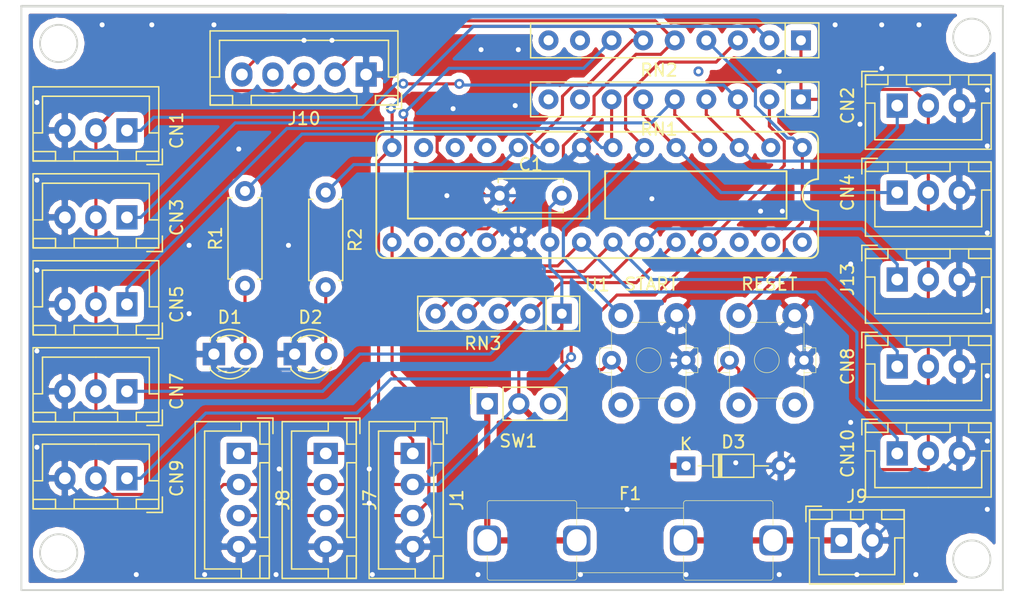
<source format=kicad_pcb>
(kicad_pcb (version 20171130) (host pcbnew "(5.1.8)-1")
  (layers (0 F.Cu signal) (31 B.Cu signal) (34 B.Paste user) (35 F.Paste user) (36 B.SilkS user) (37 F.SilkS user) (38 B.Mask user) (39 F.Mask user) (44 Edge.Cuts user))
  (net 0 "")
  (net 1 GND)
  (net 2 +5V)
  (net 3 "Net-(D1-Pad2)")
  (net 4 "Net-(D2-Pad2)")
  (net 5 "Net-(F1-Pad1)")
  (net 6 "Net-(F1-Pad2)")
  (net 7 SCL)
  (net 8 SDA)
  (net 9 AD1)
  (net 10 AD3)
  (net 11 AD5)
  (net 12 AD7)
  (net 13 AD9)
  (net 14 TX)
  (net 15 RX)
  (net 16 AD2)
  (net 17 AD4)
  (net 18 AD6)
  (net 19 AD8)
  (net 20 AD10)
  (net 21 PWM_LED)
  (net 22 MON_LED)
  (net 23 MCLR)
  (net 24 RA4)
  (module Capacitor_THT:C_Disc_D5.0mm_W2.5mm_P5.00mm (layer F.Cu) (at 148.5 75.25)
    (fp_text reference C1 (at 2.5 -2.5) (layer F.SilkS))
    (fp_text value 0.1u)
    (pad 1 thru_hole circle (at 0 0) (size 1.6 1.6) (drill 0.8) (layers *.Cu *.Mask) (net 1 GND))
    (pad 2 thru_hole circle (at 5 0) (size 1.6 1.6) (drill 0.8) (layers *.Cu *.Mask) (net 2 +5V))
  )
  (module LED_THT:LED_D3.0mm (layer F.Cu) (at 125.5 88)
    (fp_text reference D1 (at 1.27 -2.96) (layer F.SilkS))
    (fp_text value LED)
    (pad 1 thru_hole rect (at 0 0) (size 1.8 1.8) (drill 0.9) (layers *.Cu *.Mask) (net 1 GND))
    (pad 2 thru_hole circle (at 2.54 0) (size 1.8 1.8) (drill 0.9) (layers *.Cu *.Mask) (net 3 "Net-(D1-Pad2)"))
  )
  (module LED_THT:LED_D3.0mm (layer F.Cu) (at 132 88)
    (fp_text reference D2 (at 1.27 -2.96) (layer F.SilkS))
    (fp_text value LED)
    (pad 2 thru_hole circle (at 2.54 0) (size 1.8 1.8) (drill 0.9) (layers *.Cu *.Mask) (net 4 "Net-(D2-Pad2)"))
    (pad 1 thru_hole rect (at 0 0) (size 1.8 1.8) (drill 0.9) (layers *.Cu *.Mask) (net 1 GND))
  )
  (module Diode_THT:D_DO-34_SOD68_P7.62mm_Horizontal (layer F.Cu) (at 163.5 97)
    (fp_text reference D3 (at 3.81 -1.92) (layer F.SilkS))
    (fp_text value D)
    (fp_text user K (at 0 -1.75) (layer F.SilkS))
    (pad 1 thru_hole rect (at 0 0) (size 1.5 1.5) (drill 0.75) (layers *.Cu *.Mask) (net 2 +5V))
    (pad 2 thru_hole oval (at 7.62 0) (size 1.5 1.5) (drill 0.75) (layers *.Cu *.Mask) (net 1 GND))
  )
  (module mylib:fuse (layer F.Cu) (at 159 103)
    (fp_text reference F1 (at 0 -3.76) (layer F.SilkS))
    (fp_text value Fuse)
    (pad 1 thru_hole roundrect (at -11.5 0) (size 2.2 2.4) (drill oval 1.6 1.8) (layers *.Cu *.Mask) (net 5 "Net-(F1-Pad1)"))
    (pad 1 thru_hole roundrect (at -4.3 0) (size 2.2 2.4) (drill oval 1.6 1.8) (layers *.Cu *.Mask) (net 5 "Net-(F1-Pad1)"))
    (pad 2 thru_hole roundrect (at 11.5 0) (size 2.2 2.4) (drill oval 1.6 1.8) (layers *.Cu *.Mask) (net 6 "Net-(F1-Pad2)"))
    (pad 2 thru_hole roundrect (at 4.3 0) (size 2.2 2.4) (drill oval 1.6 1.8) (layers *.Cu *.Mask) (net 6 "Net-(F1-Pad2)"))
  )
  (module Connector_JST:JST_XH_B04B-XH-A_1x04_P2.50mm_Vertical (layer F.Cu) (at 141.5 96 270)
    (fp_text reference J1 (at 3.75 -3.55 270) (layer F.SilkS))
    (fp_text value Conn_01x04_Female)
    (pad 4 thru_hole oval (at 7.5 0 270) (size 1.7 1.95) (drill 0.95) (layers *.Cu *.Mask) (net 1 GND))
    (pad 3 thru_hole oval (at 5 0 270) (size 1.7 1.95) (drill 0.95) (layers *.Cu *.Mask) (net 8 SDA))
    (pad 2 thru_hole oval (at 2.5 0 270) (size 1.7 1.95) (drill 0.95) (layers *.Cu *.Mask) (net 2 +5V))
    (pad 1 thru_hole rect (at 0 0 270) (size 1.7 1.95) (drill 0.95) (layers *.Cu *.Mask) (net 7 SCL))
  )
  (module Connector_JST:JST_XH_B04B-XH-A_1x04_P2.50mm_Vertical (layer F.Cu) (at 134.5 96 270)
    (fp_text reference J7 (at 3.75 -3.55 270) (layer F.SilkS))
    (fp_text value Conn_01x04_Female)
    (pad 1 thru_hole rect (at 0 0 270) (size 1.7 1.95) (drill 0.95) (layers *.Cu *.Mask) (net 7 SCL))
    (pad 2 thru_hole oval (at 2.5 0 270) (size 1.7 1.95) (drill 0.95) (layers *.Cu *.Mask) (net 2 +5V))
    (pad 3 thru_hole oval (at 5 0 270) (size 1.7 1.95) (drill 0.95) (layers *.Cu *.Mask) (net 8 SDA))
    (pad 4 thru_hole oval (at 7.5 0 270) (size 1.7 1.95) (drill 0.95) (layers *.Cu *.Mask) (net 1 GND))
  )
  (module Connector_JST:JST_XH_B04B-XH-A_1x04_P2.50mm_Vertical (layer F.Cu) (at 127.5 96 270)
    (fp_text reference J8 (at 3.75 -3.55 270) (layer F.SilkS))
    (fp_text value Conn_01x04_Female)
    (pad 1 thru_hole rect (at 0 0 270) (size 1.7 1.95) (drill 0.95) (layers *.Cu *.Mask) (net 7 SCL))
    (pad 2 thru_hole oval (at 2.5 0 270) (size 1.7 1.95) (drill 0.95) (layers *.Cu *.Mask) (net 2 +5V))
    (pad 3 thru_hole oval (at 5 0 270) (size 1.7 1.95) (drill 0.95) (layers *.Cu *.Mask) (net 8 SDA))
    (pad 4 thru_hole oval (at 7.5 0 270) (size 1.7 1.95) (drill 0.95) (layers *.Cu *.Mask) (net 1 GND))
  )
  (module Connector_JST:JST_XH_B02B-XH-A_1x02_P2.50mm_Vertical (layer F.Cu) (at 176 103)
    (fp_text reference J9 (at 1.25 -3.55) (layer F.SilkS))
    (fp_text value Conn_01x02_Female)
    (pad 1 thru_hole rect (at 0 0) (size 1.7 2) (drill 1) (layers *.Cu *.Mask) (net 6 "Net-(F1-Pad2)"))
    (pad 2 thru_hole oval (at 2.5 0) (size 1.7 2) (drill 1) (layers *.Cu *.Mask) (net 1 GND))
  )
  (module Connector_JST:JST_XH_B05B-XH-A_1x05_P2.50mm_Vertical (layer F.Cu) (at 137.75 65.5 180)
    (fp_text reference J10 (at 5 -3.55 180) (layer F.SilkS))
    (fp_text value Conn_01x05_Female)
    (pad 1 thru_hole rect (at 0 0 180) (size 1.7 1.95) (drill 0.95) (layers *.Cu *.Mask) (net 1 GND))
    (pad 2 thru_hole oval (at 2.5 0 180) (size 1.7 1.95) (drill 0.95) (layers *.Cu *.Mask) (net 14 TX))
    (pad 3 thru_hole oval (at 5 0 180) (size 1.7 1.95) (drill 0.95) (layers *.Cu *.Mask) (net 2 +5V))
    (pad 4 thru_hole oval (at 7.5 0 180) (size 1.7 1.95) (drill 0.95) (layers *.Cu *.Mask))
    (pad 5 thru_hole oval (at 10 0 180) (size 1.7 1.95) (drill 0.95) (layers *.Cu *.Mask) (net 15 RX))
  )
  (module Resistor_THT:R_Axial_DIN0207_L6.3mm_D2.5mm_P7.62mm_Horizontal (layer F.Cu) (at 128 82.5 90)
    (fp_text reference R1 (at 3.81 -2.37 90) (layer F.SilkS))
    (fp_text value 330)
    (pad 1 thru_hole circle (at 0 0 90) (size 1.6 1.6) (drill 0.8) (layers *.Cu *.Mask) (net 3 "Net-(D1-Pad2)"))
    (pad 2 thru_hole oval (at 7.62 0 90) (size 1.6 1.6) (drill 0.8) (layers *.Cu *.Mask) (net 21 PWM_LED))
  )
  (module Resistor_THT:R_Axial_DIN0207_L6.3mm_D2.5mm_P7.62mm_Horizontal (layer F.Cu) (at 134.5 75 270)
    (fp_text reference R2 (at 3.81 -2.37 270) (layer F.SilkS))
    (fp_text value 330)
    (pad 2 thru_hole oval (at 7.62 0 270) (size 1.6 1.6) (drill 0.8) (layers *.Cu *.Mask) (net 4 "Net-(D2-Pad2)"))
    (pad 1 thru_hole circle (at 0 0 270) (size 1.6 1.6) (drill 0.8) (layers *.Cu *.Mask) (net 22 MON_LED))
  )
  (module Resistor_THT:R_Array_SIP9 (layer F.Cu) (at 172.75 67.5 180)
    (fp_text reference RN1 (at 11.43 -2.4 180) (layer F.SilkS))
    (fp_text value R_100k)
    (pad 1 thru_hole rect (at 0 0 180) (size 1.6 1.6) (drill 0.8) (layers *.Cu *.Mask) (net 2 +5V))
    (pad 2 thru_hole oval (at 2.54 0 180) (size 1.6 1.6) (drill 0.8) (layers *.Cu *.Mask) (net 13 AD9))
    (pad 3 thru_hole oval (at 5.08 0 180) (size 1.6 1.6) (drill 0.8) (layers *.Cu *.Mask) (net 9 AD1))
    (pad 4 thru_hole oval (at 7.62 0 180) (size 1.6 1.6) (drill 0.8) (layers *.Cu *.Mask) (net 16 AD2))
    (pad 5 thru_hole oval (at 10.16 0 180) (size 1.6 1.6) (drill 0.8) (layers *.Cu *.Mask) (net 10 AD3))
    (pad 6 thru_hole oval (at 12.7 0 180) (size 1.6 1.6) (drill 0.8) (layers *.Cu *.Mask) (net 17 AD4))
    (pad 7 thru_hole oval (at 15.24 0 180) (size 1.6 1.6) (drill 0.8) (layers *.Cu *.Mask) (net 11 AD5))
    (pad 8 thru_hole oval (at 17.78 0 180) (size 1.6 1.6) (drill 0.8) (layers *.Cu *.Mask))
    (pad 9 thru_hole oval (at 20.32 0 180) (size 1.6 1.6) (drill 0.8) (layers *.Cu *.Mask))
  )
  (module Resistor_THT:R_Array_SIP9 (layer F.Cu) (at 172.75 62.75 180)
    (fp_text reference RN2 (at 11.43 -2.4 180) (layer F.SilkS))
    (fp_text value R_10k)
    (pad 9 thru_hole oval (at 20.32 0 180) (size 1.6 1.6) (drill 0.8) (layers *.Cu *.Mask))
    (pad 8 thru_hole oval (at 17.78 0 180) (size 1.6 1.6) (drill 0.8) (layers *.Cu *.Mask))
    (pad 7 thru_hole oval (at 15.24 0 180) (size 1.6 1.6) (drill 0.8) (layers *.Cu *.Mask) (net 8 SDA))
    (pad 6 thru_hole oval (at 12.7 0 180) (size 1.6 1.6) (drill 0.8) (layers *.Cu *.Mask) (net 14 TX))
    (pad 5 thru_hole oval (at 10.16 0 180) (size 1.6 1.6) (drill 0.8) (layers *.Cu *.Mask) (net 15 RX))
    (pad 4 thru_hole oval (at 7.62 0 180) (size 1.6 1.6) (drill 0.8) (layers *.Cu *.Mask) (net 23 MCLR))
    (pad 3 thru_hole oval (at 5.08 0 180) (size 1.6 1.6) (drill 0.8) (layers *.Cu *.Mask) (net 24 RA4))
    (pad 2 thru_hole oval (at 2.54 0 180) (size 1.6 1.6) (drill 0.8) (layers *.Cu *.Mask) (net 7 SCL))
    (pad 1 thru_hole rect (at 0 0 180) (size 1.6 1.6) (drill 0.8) (layers *.Cu *.Mask) (net 2 +5V))
  )
  (module Resistor_THT:R_Array_SIP5 (layer F.Cu) (at 153.5 84.75 180)
    (fp_text reference RN3 (at 6.35 -2.4 180) (layer F.SilkS))
    (fp_text value R_100k)
    (pad 5 thru_hole oval (at 10.16 0 180) (size 1.6 1.6) (drill 0.8) (layers *.Cu *.Mask) (net 20 AD10))
    (pad 4 thru_hole oval (at 7.62 0 180) (size 1.6 1.6) (drill 0.8) (layers *.Cu *.Mask) (net 19 AD8))
    (pad 3 thru_hole oval (at 5.08 0 180) (size 1.6 1.6) (drill 0.8) (layers *.Cu *.Mask) (net 18 AD6))
    (pad 2 thru_hole oval (at 2.54 0 180) (size 1.6 1.6) (drill 0.8) (layers *.Cu *.Mask) (net 12 AD7))
    (pad 1 thru_hole rect (at 0 0 180) (size 1.6 1.6) (drill 0.8) (layers *.Cu *.Mask) (net 2 +5V))
  )
  (module Connector_PinSocket_2.54mm:PinSocket_1x03_P2.54mm_Vertical (layer F.Cu) (at 147.5 92 90)
    (fp_text reference SW1 (at -3 2.5 180) (layer F.SilkS))
    (fp_text value SW_DIP_x01)
    (pad 1 thru_hole rect (at 0 0 90) (size 1.7 1.7) (drill 1) (layers *.Cu *.Mask) (net 5 "Net-(F1-Pad1)"))
    (pad 2 thru_hole oval (at 0 2.54 90) (size 1.7 1.7) (drill 1) (layers *.Cu *.Mask) (net 2 +5V))
    (pad 3 thru_hole oval (at 0 5.08 90) (size 1.7 1.7) (drill 1) (layers *.Cu *.Mask))
  )
  (module mylib:2227-28-03 (layer F.Cu) (at 156.35 75.19 180)
    (fp_text reference U1 (at 0 -7.247 180) (layer F.SilkS))
    (fp_text value PIC18F2620)
    (pad 7 thru_hole circle (at -1.27 3.81 180) (size 1.524 1.524) (drill 0.762) (layers *.Cu *.Mask) (net 11 AD5))
    (pad 22 thru_hole circle (at -1.27 -3.81 180) (size 1.524 1.524) (drill 0.762) (layers *.Cu *.Mask) (net 19 AD8))
    (pad 23 thru_hole circle (at -3.81 -3.81 180) (size 1.524 1.524) (drill 0.762) (layers *.Cu *.Mask) (net 18 AD6))
    (pad 24 thru_hole circle (at -6.35 -3.81 180) (size 1.524 1.524) (drill 0.762) (layers *.Cu *.Mask) (net 12 AD7))
    (pad 25 thru_hole circle (at -8.89 -3.81 180) (size 1.524 1.524) (drill 0.762) (layers *.Cu *.Mask) (net 13 AD9))
    (pad 26 thru_hole circle (at -11.43 -3.81 180) (size 1.524 1.524) (drill 0.762) (layers *.Cu *.Mask))
    (pad 27 thru_hole circle (at -13.97 -3.81 180) (size 1.524 1.524) (drill 0.762) (layers *.Cu *.Mask))
    (pad 2 thru_hole circle (at -13.97 3.81 180) (size 1.524 1.524) (drill 0.762) (layers *.Cu *.Mask) (net 9 AD1))
    (pad 3 thru_hole circle (at -11.43 3.81 180) (size 1.524 1.524) (drill 0.762) (layers *.Cu *.Mask) (net 16 AD2))
    (pad 4 thru_hole circle (at -8.89 3.81 180) (size 1.524 1.524) (drill 0.762) (layers *.Cu *.Mask) (net 10 AD3))
    (pad 5 thru_hole circle (at -6.35 3.81 180) (size 1.524 1.524) (drill 0.762) (layers *.Cu *.Mask) (net 17 AD4))
    (pad 6 thru_hole circle (at -3.81 3.81 180) (size 1.524 1.524) (drill 0.762) (layers *.Cu *.Mask) (net 24 RA4))
    (pad 21 thru_hole circle (at 1.27 -3.81 180) (size 1.524 1.524) (drill 0.762) (layers *.Cu *.Mask) (net 20 AD10))
    (pad 20 thru_hole circle (at 3.81 -3.81 180) (size 1.524 1.524) (drill 0.762) (layers *.Cu *.Mask) (net 2 +5V))
    (pad 19 thru_hole circle (at 6.35 -3.81 180) (size 1.524 1.524) (drill 0.762) (layers *.Cu *.Mask) (net 1 GND))
    (pad 18 thru_hole circle (at 8.89 -3.81 180) (size 1.524 1.524) (drill 0.762) (layers *.Cu *.Mask) (net 15 RX))
    (pad 17 thru_hole circle (at 11.43 -3.81 180) (size 1.524 1.524) (drill 0.762) (layers *.Cu *.Mask) (net 14 TX))
    (pad 16 thru_hole circle (at 13.97 -3.81 180) (size 1.524 1.524) (drill 0.762) (layers *.Cu *.Mask))
    (pad 13 thru_hole circle (at 13.97 3.81 180) (size 1.524 1.524) (drill 0.762) (layers *.Cu *.Mask))
    (pad 12 thru_hole circle (at 11.43 3.81 180) (size 1.524 1.524) (drill 0.762) (layers *.Cu *.Mask))
    (pad 11 thru_hole circle (at 8.89 3.81 180) (size 1.524 1.524) (drill 0.762) (layers *.Cu *.Mask))
    (pad 10 thru_hole circle (at 6.35 3.81 180) (size 1.524 1.524) (drill 0.762) (layers *.Cu *.Mask) (net 22 MON_LED))
    (pad 9 thru_hole circle (at 3.81 3.81 180) (size 1.524 1.524) (drill 0.762) (layers *.Cu *.Mask) (net 21 PWM_LED))
    (pad 8 thru_hole circle (at 1.27 3.81 180) (size 1.524 1.524) (drill 0.762) (layers *.Cu *.Mask) (net 1 GND))
    (pad 28 thru_hole circle (at -16.51 -3.81 180) (size 1.524 1.524) (drill 0.762) (layers *.Cu *.Mask))
    (pad 1 thru_hole circle (at -16.51 3.81 180) (size 1.524 1.524) (drill 0.762) (layers *.Cu *.Mask) (net 23 MCLR))
    (pad 15 thru_hole circle (at 16.51 -3.81 180) (size 1.524 1.524) (drill 0.762) (layers *.Cu *.Mask) (net 8 SDA))
    (pad 14 thru_hole circle (at 16.51 3.81 180) (size 1.524 1.524) (drill 0.762) (layers *.Cu *.Mask) (net 7 SCL))
  )
  (module mylib:LS601-CU (layer F.Cu) (at 160.5 88.5)
    (fp_text reference START (at 0.2 -6.125) (layer F.SilkS))
    (fp_text value LS601-CU)
    (pad 6 thru_hole circle (at 3 0) (size 1.5 1.5) (drill 0.75) (layers *.Cu *.Mask) (net 1 GND))
    (pad 5 thru_hole circle (at -3 0) (size 1.5 1.5) (drill 0.75) (layers *.Cu *.Mask) (net 2 +5V))
    (pad 3 thru_hole circle (at -2.25 -3.6) (size 2 2) (drill 1) (layers *.Cu *.Mask) (net 24 RA4))
    (pad 1 thru_hole circle (at 2.25 -3.6) (size 2 2) (drill 1) (layers *.Cu *.Mask) (net 1 GND))
    (pad 4 thru_hole circle (at -2.25 3.6) (size 2 2) (drill 1) (layers *.Cu *.Mask))
    (pad 2 thru_hole circle (at 2.25 3.6) (size 2 2) (drill 1) (layers *.Cu *.Mask))
  )
  (module mylib:LS601-CU (layer F.Cu) (at 170 88.5)
    (fp_text reference RESET (at 0.2 -6.125) (layer F.SilkS))
    (fp_text value LS601-CU)
    (pad 2 thru_hole circle (at 2.25 3.6) (size 2 2) (drill 1) (layers *.Cu *.Mask))
    (pad 4 thru_hole circle (at -2.25 3.6) (size 2 2) (drill 1) (layers *.Cu *.Mask))
    (pad 1 thru_hole circle (at 2.25 -3.6) (size 2 2) (drill 1) (layers *.Cu *.Mask) (net 1 GND))
    (pad 3 thru_hole circle (at -2.25 -3.6) (size 2 2) (drill 1) (layers *.Cu *.Mask) (net 23 MCLR))
    (pad 5 thru_hole circle (at -3 0) (size 1.5 1.5) (drill 0.75) (layers *.Cu *.Mask) (net 2 +5V))
    (pad 6 thru_hole circle (at 3 0) (size 1.5 1.5) (drill 0.75) (layers *.Cu *.Mask) (net 1 GND))
  )
  (module Connector_JST:JST_XH_B03B-XH-A_1x03_P2.50mm_Vertical (layer F.Cu) (at 118.5 70 180)
    (fp_text reference CN1 (at -4 0 270) (layer F.SilkS))
    (fp_text value Conn_01x03_Female)
    (pad 3 thru_hole oval (at 5 0 180) (size 1.7 1.95) (drill 0.95) (layers *.Cu *.Mask) (net 1 GND))
    (pad 2 thru_hole oval (at 2.5 0 180) (size 1.7 1.95) (drill 0.95) (layers *.Cu *.Mask) (net 2 +5V))
    (pad 1 thru_hole rect (at 0 0 180) (size 1.7 1.95) (drill 0.95) (layers *.Cu *.Mask) (net 9 AD1))
  )
  (module Connector_JST:JST_XH_B03B-XH-A_1x03_P2.50mm_Vertical (layer F.Cu) (at 118.5 77 180)
    (fp_text reference CN3 (at -4 0 270) (layer F.SilkS))
    (fp_text value Conn_01x03_Female)
    (pad 1 thru_hole rect (at 0 0 180) (size 1.7 1.95) (drill 0.95) (layers *.Cu *.Mask) (net 10 AD3))
    (pad 2 thru_hole oval (at 2.5 0 180) (size 1.7 1.95) (drill 0.95) (layers *.Cu *.Mask) (net 2 +5V))
    (pad 3 thru_hole oval (at 5 0 180) (size 1.7 1.95) (drill 0.95) (layers *.Cu *.Mask) (net 1 GND))
  )
  (module Connector_JST:JST_XH_B03B-XH-A_1x03_P2.50mm_Vertical (layer F.Cu) (at 118.5 84 180)
    (fp_text reference CN5 (at -4 0 270) (layer F.SilkS))
    (fp_text value Conn_01x03_Female)
    (pad 3 thru_hole oval (at 5 0 180) (size 1.7 1.95) (drill 0.95) (layers *.Cu *.Mask) (net 1 GND))
    (pad 2 thru_hole oval (at 2.5 0 180) (size 1.7 1.95) (drill 0.95) (layers *.Cu *.Mask) (net 2 +5V))
    (pad 1 thru_hole rect (at 0 0 180) (size 1.7 1.95) (drill 0.95) (layers *.Cu *.Mask) (net 11 AD5))
  )
  (module Connector_JST:JST_XH_B03B-XH-A_1x03_P2.50mm_Vertical (layer F.Cu) (at 118.5 91 180)
    (fp_text reference CN7 (at -4 0 270) (layer F.SilkS))
    (fp_text value Conn_01x03_Female)
    (pad 1 thru_hole rect (at 0 0 180) (size 1.7 1.95) (drill 0.95) (layers *.Cu *.Mask) (net 12 AD7))
    (pad 2 thru_hole oval (at 2.5 0 180) (size 1.7 1.95) (drill 0.95) (layers *.Cu *.Mask) (net 2 +5V))
    (pad 3 thru_hole oval (at 5 0 180) (size 1.7 1.95) (drill 0.95) (layers *.Cu *.Mask) (net 1 GND))
  )
  (module Connector_JST:JST_XH_B03B-XH-A_1x03_P2.50mm_Vertical (layer F.Cu) (at 118.5 98 180)
    (fp_text reference CN9 (at -4 0 270) (layer F.SilkS))
    (fp_text value Conn_01x03_Female)
    (pad 3 thru_hole oval (at 5 0 180) (size 1.7 1.95) (drill 0.95) (layers *.Cu *.Mask) (net 1 GND))
    (pad 2 thru_hole oval (at 2.5 0 180) (size 1.7 1.95) (drill 0.95) (layers *.Cu *.Mask) (net 2 +5V))
    (pad 1 thru_hole rect (at 0 0 180) (size 1.7 1.95) (drill 0.95) (layers *.Cu *.Mask) (net 13 AD9))
  )
  (module Connector_JST:JST_XH_B03B-XH-A_1x03_P2.50mm_Vertical (layer F.Cu) (at 180.5 68)
    (fp_text reference CN2 (at -4 0 90) (layer F.SilkS))
    (fp_text value Conn_01x03_Female)
    (pad 3 thru_hole oval (at 5 0) (size 1.7 1.95) (drill 0.95) (layers *.Cu *.Mask) (net 1 GND))
    (pad 2 thru_hole oval (at 2.5 0) (size 1.7 1.95) (drill 0.95) (layers *.Cu *.Mask) (net 2 +5V))
    (pad 1 thru_hole rect (at 0 0) (size 1.7 1.95) (drill 0.95) (layers *.Cu *.Mask) (net 16 AD2))
  )
  (module Connector_JST:JST_XH_B03B-XH-A_1x03_P2.50mm_Vertical (layer F.Cu) (at 180.5 75)
    (fp_text reference CN4 (at -4 0 90) (layer F.SilkS))
    (fp_text value Conn_01x03_Female)
    (pad 1 thru_hole rect (at 0 0) (size 1.7 1.95) (drill 0.95) (layers *.Cu *.Mask) (net 17 AD4))
    (pad 2 thru_hole oval (at 2.5 0) (size 1.7 1.95) (drill 0.95) (layers *.Cu *.Mask) (net 2 +5V))
    (pad 3 thru_hole oval (at 5 0) (size 1.7 1.95) (drill 0.95) (layers *.Cu *.Mask) (net 1 GND))
  )
  (module Connector_JST:JST_XH_B03B-XH-A_1x03_P2.50mm_Vertical (layer F.Cu) (at 180.5 82)
    (fp_text reference J13 (at -4 0 270) (layer F.SilkS))
    (fp_text value Conn_01x03_Female)
    (pad 3 thru_hole oval (at 5 0) (size 1.7 1.95) (drill 0.95) (layers *.Cu *.Mask) (net 1 GND))
    (pad 2 thru_hole oval (at 2.5 0) (size 1.7 1.95) (drill 0.95) (layers *.Cu *.Mask) (net 2 +5V))
    (pad 1 thru_hole rect (at 0 0) (size 1.7 1.95) (drill 0.95) (layers *.Cu *.Mask) (net 18 AD6))
  )
  (module Connector_JST:JST_XH_B03B-XH-A_1x03_P2.50mm_Vertical (layer F.Cu) (at 180.5 89)
    (fp_text reference CN8 (at -4 0 90) (layer F.SilkS))
    (fp_text value Conn_01x03_Female)
    (pad 1 thru_hole rect (at 0 0) (size 1.7 1.95) (drill 0.95) (layers *.Cu *.Mask) (net 19 AD8))
    (pad 2 thru_hole oval (at 2.5 0) (size 1.7 1.95) (drill 0.95) (layers *.Cu *.Mask) (net 2 +5V))
    (pad 3 thru_hole oval (at 5 0) (size 1.7 1.95) (drill 0.95) (layers *.Cu *.Mask) (net 1 GND))
  )
  (module Connector_JST:JST_XH_B03B-XH-A_1x03_P2.50mm_Vertical (layer F.Cu) (at 180.5 96)
    (fp_text reference CN10 (at -4 0 90) (layer F.SilkS))
    (fp_text value Conn_01x03_Female)
    (pad 1 thru_hole rect (at 0 0) (size 1.7 1.95) (drill 0.95) (layers *.Cu *.Mask) (net 20 AD10))
    (pad 2 thru_hole oval (at 2.5 0) (size 1.7 1.95) (drill 0.95) (layers *.Cu *.Mask) (net 2 +5V))
    (pad 3 thru_hole oval (at 5 0) (size 1.7 1.95) (drill 0.95) (layers *.Cu *.Mask) (net 1 GND))
  )
  (gr_line (start 189 60) (end 189 107) (layer Edge.Cuts) (width 0.15))
  (gr_line (start 110 107) (end 110 60) (layer Edge.Cuts) (width 0.15))
  (gr_circle (center 113 63) (end 111.5 63) (layer Edge.Cuts) (width 0.15))
  (gr_circle (center 113 104) (end 111.5 104) (layer Edge.Cuts) (width 0.15))
  (gr_circle (center 186.5 104.5) (end 188 104.5) (layer Edge.Cuts) (width 0.15))
  (gr_circle (center 186.5 62.5) (end 188 62.5) (layer Edge.Cuts) (width 0.15))
  (gr_line (start 110 107) (end 189 107) (layer Edge.Cuts) (width 0.15))
  (gr_line (start 110 60) (end 189 60) (layer Edge.Cuts) (width 0.2))
  (via (at 164.5 65.25) (size 0.8) (drill 0.4) (layers F.Cu B.Cu) (net 0))
  (segment (start 113.5 71.225) (end 113.5 77) (width 0.25) (layer B.Cu) (net 1))
  (segment (start 113.5 70) (end 113.5 71.225) (width 0.25) (layer B.Cu) (net 1))
  (segment (start 113.5 77) (end 113.5 84) (width 0.25) (layer B.Cu) (net 1))
  (segment (start 113.5 85.225) (end 113.5 91) (width 0.25) (layer B.Cu) (net 1))
  (segment (start 113.5 84) (end 113.5 85.225) (width 0.25) (layer B.Cu) (net 1))
  (segment (start 113.5 91) (end 113.5 98) (width 0.25) (layer B.Cu) (net 1))
  (segment (start 150 76.75) (end 148.5 75.25) (width 0.25) (layer B.Cu) (net 1))
  (segment (start 150 79) (end 150 76.75) (width 0.25) (layer B.Cu) (net 1))
  (segment (start 185.5 94.775) (end 185.5 89) (width 0.25) (layer B.Cu) (net 1))
  (segment (start 185.5 96) (end 185.5 94.775) (width 0.25) (layer B.Cu) (net 1))
  (segment (start 185.5 87.775) (end 185.5 82) (width 0.25) (layer B.Cu) (net 1))
  (segment (start 185.5 89) (end 185.5 87.775) (width 0.25) (layer B.Cu) (net 1))
  (segment (start 185.5 80.775) (end 185.5 75) (width 0.25) (layer B.Cu) (net 1))
  (segment (start 185.5 82) (end 185.5 80.775) (width 0.25) (layer B.Cu) (net 1))
  (segment (start 185.5 73.775) (end 185.5 68) (width 0.25) (layer B.Cu) (net 1))
  (segment (start 185.5 75) (end 185.5 73.775) (width 0.25) (layer B.Cu) (net 1))
  (segment (start 126.275 103.5) (end 123.525 100.75) (width 0.25) (layer B.Cu) (net 1))
  (segment (start 127.5 103.5) (end 126.275 103.5) (width 0.25) (layer B.Cu) (net 1))
  (segment (start 113.5 98.125) (end 113.5 98) (width 0.25) (layer B.Cu) (net 1))
  (segment (start 116.125 100.75) (end 113.5 98.125) (width 0.25) (layer B.Cu) (net 1))
  (segment (start 123.525 100.75) (end 116.125 100.75) (width 0.25) (layer B.Cu) (net 1))
  (segment (start 127.5 103.5) (end 134.5 103.5) (width 0.25) (layer B.Cu) (net 1))
  (segment (start 140.275 103.5) (end 134.5 103.5) (width 0.25) (layer B.Cu) (net 1))
  (segment (start 141.5 103.5) (end 140.275 103.5) (width 0.25) (layer B.Cu) (net 1))
  (segment (start 151.21 75.25) (end 148.5 75.25) (width 0.25) (layer B.Cu) (net 1))
  (segment (start 155.08 71.38) (end 151.21 75.25) (width 0.25) (layer B.Cu) (net 1))
  (segment (start 125.5 89.15) (end 125.5 88) (width 0.25) (layer B.Cu) (net 1))
  (segment (start 125.575001 89.225001) (end 125.5 89.15) (width 0.25) (layer B.Cu) (net 1))
  (segment (start 131.924999 89.225001) (end 125.575001 89.225001) (width 0.25) (layer B.Cu) (net 1))
  (segment (start 132 89.15) (end 131.924999 89.225001) (width 0.25) (layer B.Cu) (net 1))
  (segment (start 132 88) (end 132 89.15) (width 0.25) (layer B.Cu) (net 1))
  (segment (start 138.85 65.5) (end 137.75 65.5) (width 0.25) (layer F.Cu) (net 1))
  (segment (start 143.467001 70.117001) (end 138.85 65.5) (width 0.25) (layer F.Cu) (net 1))
  (segment (start 144.217001 72.467001) (end 143.467001 71.717001) (width 0.25) (layer F.Cu) (net 1))
  (segment (start 144.585631 72.467001) (end 144.217001 72.467001) (width 0.25) (layer F.Cu) (net 1))
  (segment (start 147.36863 75.25) (end 144.585631 72.467001) (width 0.25) (layer F.Cu) (net 1))
  (segment (start 143.467001 71.717001) (end 143.467001 70.117001) (width 0.25) (layer F.Cu) (net 1))
  (segment (start 148.5 75.25) (end 147.36863 75.25) (width 0.25) (layer F.Cu) (net 1))
  (segment (start 139.75 75.25) (end 144.25 75.25) (width 0.25) (layer B.Cu) (net 1))
  (segment (start 137.5 77.5) (end 139.75 75.25) (width 0.25) (layer B.Cu) (net 1))
  (segment (start 137.5 81.35) (end 137.5 77.5) (width 0.25) (layer B.Cu) (net 1))
  (segment (start 132 88) (end 132 86.85) (width 0.25) (layer B.Cu) (net 1))
  (segment (start 132 86.85) (end 137.5 81.35) (width 0.25) (layer B.Cu) (net 1))
  (segment (start 172.18066 97) (end 171.12 97) (width 0.25) (layer B.Cu) (net 1))
  (segment (start 173.75 97) (end 172.18066 97) (width 0.5) (layer B.Cu) (net 1))
  (segment (start 178.5 101.75) (end 173.75 97) (width 0.5) (layer B.Cu) (net 1))
  (segment (start 178.5 103) (end 178.5 101.75) (width 0.5) (layer B.Cu) (net 1))
  (segment (start 171.12 97) (end 174 94.12) (width 0.25) (layer B.Cu) (net 1))
  (segment (start 174 89.5) (end 173 88.5) (width 0.25) (layer B.Cu) (net 1))
  (segment (start 174 94.12) (end 174 89.5) (width 0.25) (layer B.Cu) (net 1))
  (segment (start 164.249999 89.249999) (end 163.5 88.5) (width 0.25) (layer B.Cu) (net 1))
  (segment (start 165.5 90.5) (end 164.249999 89.249999) (width 0.25) (layer B.Cu) (net 1))
  (segment (start 171 90.5) (end 165.5 90.5) (width 0.25) (layer B.Cu) (net 1))
  (segment (start 173 88.5) (end 171 90.5) (width 0.25) (layer B.Cu) (net 1))
  (segment (start 173 85.65) (end 172.25 84.9) (width 0.25) (layer B.Cu) (net 1))
  (segment (start 173 88.5) (end 173 85.65) (width 0.25) (layer B.Cu) (net 1))
  (segment (start 162.750001 87.750001) (end 163.5 88.5) (width 0.25) (layer B.Cu) (net 1))
  (segment (start 162.75 84.9) (end 162.750001 87.750001) (width 0.25) (layer B.Cu) (net 1))
  (segment (start 159.888998 88.5) (end 158.138998 86.75) (width 0.25) (layer B.Cu) (net 1))
  (segment (start 163.5 88.5) (end 159.888998 88.5) (width 0.25) (layer B.Cu) (net 1))
  (segment (start 158.138998 86.75) (end 153.25 86.75) (width 0.25) (layer B.Cu) (net 1))
  (segment (start 150.761999 79.761999) (end 150 79) (width 0.25) (layer B.Cu) (net 1))
  (segment (start 152.085001 81.085001) (end 150.761999 79.761999) (width 0.25) (layer B.Cu) (net 1))
  (segment (start 152.085001 85.585001) (end 152.085001 81.085001) (width 0.25) (layer B.Cu) (net 1))
  (segment (start 153.25 86.75) (end 152.085001 85.585001) (width 0.25) (layer B.Cu) (net 1))
  (segment (start 141.625 103.5) (end 141.5 103.5) (width 0.25) (layer B.Cu) (net 1))
  (segment (start 145.625 99.5) (end 141.625 103.5) (width 0.25) (layer B.Cu) (net 1))
  (segment (start 168.62 99.5) (end 145.625 99.5) (width 0.25) (layer B.Cu) (net 1))
  (segment (start 171.12 97) (end 168.62 99.5) (width 0.25) (layer B.Cu) (net 1))
  (segment (start 178.5 103) (end 185.5 96) (width 0.25) (layer B.Cu) (net 1))
  (via (at 147 63.5) (size 0.8) (drill 0.4) (layers F.Cu B.Cu) (net 1))
  (via (at 150 63.5) (size 0.8) (drill 0.4) (layers F.Cu B.Cu) (net 1))
  (via (at 149.75 68) (size 0.8) (drill 0.4) (layers F.Cu B.Cu) (net 1))
  (via (at 144.75 68.25) (size 0.8) (drill 0.4) (layers F.Cu B.Cu) (net 1))
  (via (at 171 65.25) (size 0.8) (drill 0.4) (layers F.Cu B.Cu) (net 1))
  (via (at 132.75 62.75) (size 0.8) (drill 0.4) (layers F.Cu B.Cu) (net 1))
  (via (at 135 62.75) (size 0.8) (drill 0.4) (layers F.Cu B.Cu) (net 1))
  (via (at 171.25 76.5) (size 0.8) (drill 0.4) (layers F.Cu B.Cu) (net 1))
  (via (at 169.5 76.5) (size 0.8) (drill 0.4) (layers F.Cu B.Cu) (net 1))
  (via (at 138 97.25) (size 0.8) (drill 0.4) (layers F.Cu B.Cu) (net 1))
  (via (at 138 100) (size 0.8) (drill 0.4) (layers F.Cu B.Cu) (net 1))
  (via (at 130.75 100) (size 0.8) (drill 0.4) (layers F.Cu B.Cu) (net 1))
  (via (at 130.75 97.25) (size 0.8) (drill 0.4) (layers F.Cu B.Cu) (net 1))
  (via (at 116.5 61.5) (size 0.8) (drill 0.4) (layers F.Cu B.Cu) (net 1))
  (via (at 120.5 61.5) (size 0.8) (drill 0.4) (layers F.Cu B.Cu) (net 1))
  (via (at 125.5 61.5) (size 0.8) (drill 0.4) (layers F.Cu B.Cu) (net 1))
  (via (at 111.25 67.75) (size 0.8) (drill 0.4) (layers F.Cu B.Cu) (net 1))
  (via (at 111.25 74) (size 0.8) (drill 0.4) (layers F.Cu B.Cu) (net 1))
  (via (at 111.25 81.25) (size 0.8) (drill 0.4) (layers F.Cu B.Cu) (net 1))
  (via (at 111.25 87.75) (size 0.8) (drill 0.4) (layers F.Cu B.Cu) (net 1))
  (via (at 111.25 95.5) (size 0.8) (drill 0.4) (layers F.Cu B.Cu) (net 1))
  (via (at 119.25 105.75) (size 0.8) (drill 0.4) (layers F.Cu B.Cu) (net 1))
  (via (at 124.75 105.75) (size 0.8) (drill 0.4) (layers F.Cu B.Cu) (net 1))
  (via (at 130.5 105.75) (size 0.8) (drill 0.4) (layers F.Cu B.Cu) (net 1))
  (via (at 138.25 105.75) (size 0.8) (drill 0.4) (layers F.Cu B.Cu) (net 1))
  (via (at 146.75 105.75) (size 0.8) (drill 0.4) (layers F.Cu B.Cu) (net 1))
  (via (at 155 105.75) (size 0.8) (drill 0.4) (layers F.Cu B.Cu) (net 1))
  (via (at 163.5 105.75) (size 0.8) (drill 0.4) (layers F.Cu B.Cu) (net 1))
  (via (at 171 105.75) (size 0.8) (drill 0.4) (layers F.Cu B.Cu) (net 1))
  (via (at 177.25 105.75) (size 0.8) (drill 0.4) (layers F.Cu B.Cu) (net 1))
  (via (at 182 105.75) (size 0.8) (drill 0.4) (layers F.Cu B.Cu) (net 1))
  (via (at 187.75 100.5) (size 0.8) (drill 0.4) (layers F.Cu B.Cu) (net 1))
  (via (at 187.75 95) (size 0.8) (drill 0.4) (layers F.Cu B.Cu) (net 1))
  (via (at 187.75 89.75) (size 0.8) (drill 0.4) (layers F.Cu B.Cu) (net 1))
  (via (at 187.75 84.5) (size 0.8) (drill 0.4) (layers F.Cu B.Cu) (net 1))
  (via (at 187.75 78.25) (size 0.8) (drill 0.4) (layers F.Cu B.Cu) (net 1))
  (via (at 187.75 71.25) (size 0.8) (drill 0.4) (layers F.Cu B.Cu) (net 1))
  (via (at 187.75 66.75) (size 0.8) (drill 0.4) (layers F.Cu B.Cu) (net 1))
  (via (at 175.5 61.5) (size 0.8) (drill 0.4) (layers F.Cu B.Cu) (net 1))
  (via (at 179.25 61.5) (size 0.8) (drill 0.4) (layers F.Cu B.Cu) (net 1))
  (via (at 182.25 61.5) (size 0.8) (drill 0.4) (layers F.Cu B.Cu) (net 1))
  (via (at 123.5 79.25) (size 0.8) (drill 0.4) (layers F.Cu B.Cu) (net 1))
  (via (at 131.5 79.25) (size 0.8) (drill 0.4) (layers F.Cu B.Cu) (net 1))
  (via (at 123.5 84.75) (size 0.8) (drill 0.4) (layers F.Cu B.Cu) (net 1))
  (via (at 127.5 71.5) (size 0.8) (drill 0.4) (layers F.Cu B.Cu) (net 1))
  (via (at 176.75 80.75) (size 0.8) (drill 0.4) (layers F.Cu B.Cu) (net 1))
  (via (at 158.75 100.5) (size 0.8) (drill 0.4) (layers F.Cu B.Cu) (net 1))
  (via (at 167.5 96.75) (size 0.8) (drill 0.4) (layers F.Cu B.Cu) (net 1))
  (via (at 176.75 93.5) (size 0.8) (drill 0.4) (layers F.Cu B.Cu) (net 1))
  (via (at 177.5 69.5) (size 0.8) (drill 0.4) (layers F.Cu B.Cu) (net 1))
  (via (at 179.25 65) (size 0.8) (drill 0.4) (layers F.Cu B.Cu) (net 1))
  (via (at 160.75 75.5) (size 0.8) (drill 0.4) (layers F.Cu B.Cu) (net 1))
  (segment (start 144.25 75.25) (end 148.5 75.25) (width 0.25) (layer B.Cu) (net 1))
  (via (at 144.25 75.25) (size 0.8) (drill 0.4) (layers F.Cu B.Cu) (net 1))
  (segment (start 116 98) (end 116 91) (width 0.25) (layer F.Cu) (net 2))
  (segment (start 116 91) (end 116 84) (width 0.25) (layer F.Cu) (net 2))
  (segment (start 116 84) (end 116 77) (width 0.25) (layer F.Cu) (net 2))
  (segment (start 116 75.775) (end 116 70) (width 0.25) (layer F.Cu) (net 2))
  (segment (start 116 77) (end 116 75.775) (width 0.25) (layer F.Cu) (net 2))
  (segment (start 183 90.225) (end 183 96) (width 0.25) (layer F.Cu) (net 2))
  (segment (start 183 89) (end 183 90.225) (width 0.25) (layer F.Cu) (net 2))
  (segment (start 183 89) (end 183 82) (width 0.25) (layer F.Cu) (net 2))
  (segment (start 183 82) (end 183 75) (width 0.25) (layer F.Cu) (net 2))
  (segment (start 183 73.775) (end 183 68) (width 0.25) (layer F.Cu) (net 2))
  (segment (start 183 75) (end 183 73.775) (width 0.25) (layer F.Cu) (net 2))
  (segment (start 152.54 76.21) (end 153.5 75.25) (width 0.25) (layer B.Cu) (net 2))
  (segment (start 152.54 79) (end 152.54 76.21) (width 0.25) (layer B.Cu) (net 2))
  (segment (start 126.275 98.5) (end 127.5 98.5) (width 0.25) (layer F.Cu) (net 2))
  (segment (start 125.474999 99.300001) (end 126.275 98.5) (width 0.25) (layer F.Cu) (net 2))
  (segment (start 117.175001 99.300001) (end 125.474999 99.300001) (width 0.25) (layer F.Cu) (net 2))
  (segment (start 116 98.125) (end 117.175001 99.300001) (width 0.25) (layer F.Cu) (net 2))
  (segment (start 116 98) (end 116 98.125) (width 0.25) (layer F.Cu) (net 2))
  (segment (start 127.5 98.5) (end 134.5 98.5) (width 0.25) (layer F.Cu) (net 2))
  (segment (start 141.5 98.5) (end 134.5 98.5) (width 0.25) (layer F.Cu) (net 2))
  (segment (start 172.75 67.5) (end 172.75 62.75) (width 0.25) (layer F.Cu) (net 2))
  (segment (start 155.04 97) (end 150.04 92) (width 0.5) (layer F.Cu) (net 2))
  (segment (start 163.5 97) (end 155.04 97) (width 0.5) (layer F.Cu) (net 2))
  (segment (start 152.54 79) (end 152.54 81.04) (width 0.25) (layer B.Cu) (net 2))
  (segment (start 153.5 82) (end 153.5 84.75) (width 0.25) (layer B.Cu) (net 2))
  (segment (start 152.54 81.04) (end 153.5 82) (width 0.25) (layer B.Cu) (net 2))
  (segment (start 150.04 89.26) (end 150.04 92) (width 0.25) (layer F.Cu) (net 2))
  (segment (start 153.5 84.75) (end 153.5 85.8) (width 0.25) (layer F.Cu) (net 2))
  (segment (start 153.5 85.8) (end 150.04 89.26) (width 0.25) (layer F.Cu) (net 2))
  (segment (start 156.750001 89.249999) (end 157.5 88.5) (width 0.25) (layer F.Cu) (net 2))
  (segment (start 154.176997 89.249999) (end 156.750001 89.249999) (width 0.25) (layer F.Cu) (net 2))
  (segment (start 153.5 88.573002) (end 154.176997 89.249999) (width 0.25) (layer F.Cu) (net 2))
  (segment (start 153.5 84.75) (end 153.5 88.573002) (width 0.25) (layer F.Cu) (net 2))
  (segment (start 159 90) (end 165.5 90) (width 0.25) (layer F.Cu) (net 2))
  (segment (start 157.5 88.5) (end 159 90) (width 0.25) (layer F.Cu) (net 2))
  (segment (start 132.75 65.625) (end 132.75 65.5) (width 0.25) (layer F.Cu) (net 2))
  (segment (start 131.57499 66.80001) (end 132.75 65.625) (width 0.25) (layer F.Cu) (net 2))
  (segment (start 119.07499 66.80001) (end 131.57499 66.80001) (width 0.25) (layer F.Cu) (net 2))
  (segment (start 116 69.875) (end 119.07499 66.80001) (width 0.25) (layer F.Cu) (net 2))
  (segment (start 116 70) (end 116 69.875) (width 0.25) (layer F.Cu) (net 2))
  (segment (start 143.54 98.5) (end 141.5 98.5) (width 0.25) (layer B.Cu) (net 2))
  (segment (start 150.04 92) (end 143.54 98.5) (width 0.25) (layer B.Cu) (net 2))
  (segment (start 172.75 67.5) (end 175.5 67.5) (width 0.25) (layer F.Cu) (net 2))
  (segment (start 183 67.875) (end 183 68) (width 0.25) (layer F.Cu) (net 2))
  (segment (start 181.824999 66.699999) (end 183 67.875) (width 0.25) (layer F.Cu) (net 2))
  (segment (start 176.300001 66.699999) (end 181.824999 66.699999) (width 0.25) (layer F.Cu) (net 2))
  (segment (start 175.5 67.5) (end 176.300001 66.699999) (width 0.25) (layer F.Cu) (net 2))
  (segment (start 165.5 90) (end 167 88.5) (width 0.25) (layer F.Cu) (net 2))
  (segment (start 167.749999 89.249999) (end 167 88.5) (width 0.25) (layer F.Cu) (net 2))
  (segment (start 167.749999 90.138997) (end 167.749999 89.249999) (width 0.25) (layer F.Cu) (net 2))
  (segment (start 174.911003 97.300001) (end 167.749999 90.138997) (width 0.25) (layer F.Cu) (net 2))
  (segment (start 182.924999 97.300001) (end 174.911003 97.300001) (width 0.25) (layer F.Cu) (net 2))
  (segment (start 183 97.225) (end 182.924999 97.300001) (width 0.25) (layer F.Cu) (net 2))
  (segment (start 183 96) (end 183 97.225) (width 0.25) (layer F.Cu) (net 2))
  (segment (start 128 87.96) (end 128.04 88) (width 0.25) (layer F.Cu) (net 3))
  (segment (start 128 82.5) (end 128 87.96) (width 0.25) (layer F.Cu) (net 3))
  (segment (start 134.5 87.96) (end 134.54 88) (width 0.25) (layer F.Cu) (net 4))
  (segment (start 134.5 82.62) (end 134.5 87.96) (width 0.25) (layer F.Cu) (net 4))
  (segment (start 154.7 103) (end 147.5 103) (width 0.5) (layer F.Cu) (net 5))
  (segment (start 147.5 101.7) (end 147.5 92) (width 0.5) (layer F.Cu) (net 5))
  (segment (start 147.5 103) (end 147.5 101.7) (width 0.25) (layer F.Cu) (net 5))
  (segment (start 176 103) (end 170.5 103) (width 0.5) (layer F.Cu) (net 6))
  (segment (start 170.5 103) (end 163.3 103) (width 0.5) (layer F.Cu) (net 6))
  (segment (start 128.725 96) (end 134.5 96) (width 0.25) (layer F.Cu) (net 7))
  (segment (start 127.5 96) (end 128.725 96) (width 0.25) (layer F.Cu) (net 7))
  (segment (start 140.275 96) (end 134.5 96) (width 0.25) (layer F.Cu) (net 7))
  (segment (start 141.5 96) (end 140.275 96) (width 0.25) (layer F.Cu) (net 7))
  (segment (start 139.84 68.91) (end 139.84 71.38) (width 0.25) (layer F.Cu) (net 7))
  (segment (start 141.5 94.9) (end 138.75 92.15) (width 0.25) (layer F.Cu) (net 7))
  (segment (start 141.5 96) (end 141.5 94.9) (width 0.25) (layer F.Cu) (net 7))
  (segment (start 138.75 72.47) (end 139.84 71.38) (width 0.25) (layer F.Cu) (net 7))
  (segment (start 138.75 92.15) (end 138.75 72.47) (width 0.25) (layer F.Cu) (net 7))
  (via (at 139.75 68.25) (size 0.8) (drill 0.4) (layers F.Cu B.Cu) (net 7))
  (segment (start 139.84 68.91) (end 139.84 68.34) (width 0.25) (layer F.Cu) (net 7))
  (segment (start 139.84 68.34) (end 139.75 68.25) (width 0.25) (layer F.Cu) (net 7))
  (segment (start 169.410001 61.950001) (end 170.21 62.75) (width 0.25) (layer B.Cu) (net 7))
  (segment (start 169.084999 61.624999) (end 169.410001 61.950001) (width 0.25) (layer B.Cu) (net 7))
  (segment (start 146.375001 61.624999) (end 169.084999 61.624999) (width 0.25) (layer B.Cu) (net 7))
  (segment (start 139.75 68.25) (end 146.375001 61.624999) (width 0.25) (layer B.Cu) (net 7))
  (segment (start 128.725 101) (end 134.5 101) (width 0.25) (layer F.Cu) (net 8))
  (segment (start 127.5 101) (end 128.725 101) (width 0.25) (layer F.Cu) (net 8))
  (segment (start 141.5 101) (end 134.5 101) (width 0.25) (layer F.Cu) (net 8))
  (segment (start 139.84 79) (end 139.84 89.59) (width 0.25) (layer F.Cu) (net 8))
  (segment (start 141.625 101) (end 141.5 101) (width 0.25) (layer F.Cu) (net 8))
  (segment (start 142.80001 99.82499) (end 141.625 101) (width 0.25) (layer F.Cu) (net 8))
  (segment (start 142.80001 92.55001) (end 142.80001 99.82499) (width 0.25) (layer F.Cu) (net 8))
  (segment (start 139.84 89.59) (end 142.80001 92.55001) (width 0.25) (layer F.Cu) (net 8))
  (via (at 140.75 68.667979) (size 0.8) (drill 0.4) (layers F.Cu B.Cu) (net 8))
  (segment (start 140.927001 68.84498) (end 140.75 68.667979) (width 0.25) (layer F.Cu) (net 8))
  (segment (start 140.927001 74.441761) (end 140.927001 68.84498) (width 0.25) (layer F.Cu) (net 8))
  (segment (start 139.84 79) (end 139.84 75.528762) (width 0.25) (layer F.Cu) (net 8))
  (segment (start 139.84 75.528762) (end 140.927001 74.441761) (width 0.25) (layer F.Cu) (net 8))
  (segment (start 140.75 68.667979) (end 144.417979 65) (width 0.25) (layer B.Cu) (net 8))
  (segment (start 155.26 65) (end 157.51 62.75) (width 0.25) (layer B.Cu) (net 8))
  (segment (start 144.417979 65) (end 155.26 65) (width 0.25) (layer B.Cu) (net 8))
  (segment (start 167.67 68.73) (end 170.32 71.38) (width 0.25) (layer F.Cu) (net 9))
  (segment (start 167.67 67.5) (end 167.67 68.73) (width 0.25) (layer F.Cu) (net 9))
  (via (at 145.25 66.25) (size 0.8) (drill 0.4) (layers F.Cu B.Cu) (net 9))
  (segment (start 145.346641 66.346641) (end 145.25 66.25) (width 0.25) (layer B.Cu) (net 9))
  (segment (start 167.67 67.5) (end 166.516641 66.346641) (width 0.25) (layer B.Cu) (net 9))
  (segment (start 166.516641 66.346641) (end 145.346641 66.346641) (width 0.25) (layer B.Cu) (net 9))
  (via (at 140.737347 66.237347) (size 0.8) (drill 0.4) (layers F.Cu B.Cu) (net 9))
  (segment (start 145.25 66.25) (end 140.75 66.25) (width 0.25) (layer F.Cu) (net 9))
  (segment (start 140.75 66.25) (end 140.737347 66.237347) (width 0.25) (layer F.Cu) (net 9))
  (segment (start 119.6 70) (end 118.5 70) (width 0.25) (layer B.Cu) (net 9))
  (segment (start 120.657031 68.942969) (end 119.6 70) (width 0.25) (layer B.Cu) (net 9))
  (segment (start 137.46604 68.942969) (end 120.657031 68.942969) (width 0.25) (layer B.Cu) (net 9))
  (segment (start 140.171662 66.237347) (end 137.46604 68.942969) (width 0.25) (layer B.Cu) (net 9))
  (segment (start 140.737347 66.237347) (end 140.171662 66.237347) (width 0.25) (layer B.Cu) (net 9))
  (segment (start 162.59 68.73) (end 165.24 71.38) (width 0.25) (layer F.Cu) (net 10))
  (segment (start 162.59 67.5) (end 162.59 68.73) (width 0.25) (layer F.Cu) (net 10))
  (segment (start 119.6 77) (end 118.5 77) (width 0.25) (layer B.Cu) (net 10))
  (segment (start 127.207021 69.392979) (end 119.6 77) (width 0.25) (layer B.Cu) (net 10))
  (segment (start 160.697021 69.392979) (end 127.207021 69.392979) (width 0.25) (layer B.Cu) (net 10))
  (segment (start 162.59 67.5) (end 160.697021 69.392979) (width 0.25) (layer B.Cu) (net 10))
  (segment (start 157.51 67.5) (end 157.51 71.99) (width 0.25) (layer F.Cu) (net 11))
  (segment (start 118.5 82.775) (end 118.5 84) (width 0.25) (layer B.Cu) (net 11))
  (segment (start 118.5 82.714998) (end 118.5 82.775) (width 0.25) (layer B.Cu) (net 11))
  (segment (start 131.372009 69.842989) (end 118.5 82.714998) (width 0.25) (layer B.Cu) (net 11))
  (segment (start 155.151751 69.842989) (end 131.372009 69.842989) (width 0.25) (layer B.Cu) (net 11))
  (segment (start 156.688762 71.38) (end 155.151751 69.842989) (width 0.25) (layer B.Cu) (net 11))
  (segment (start 157.62 71.38) (end 156.688762 71.38) (width 0.25) (layer B.Cu) (net 11))
  (segment (start 161.612999 80.087001) (end 161.612999 80.137001) (width 0.25) (layer F.Cu) (net 12))
  (segment (start 162.7 79) (end 161.612999 80.087001) (width 0.25) (layer F.Cu) (net 12))
  (segment (start 161.612999 80.137001) (end 159.5 82.25) (width 0.25) (layer F.Cu) (net 12))
  (segment (start 153.46 82.25) (end 150.96 84.75) (width 0.25) (layer F.Cu) (net 12))
  (segment (start 159.5 82.25) (end 153.46 82.25) (width 0.25) (layer F.Cu) (net 12))
  (segment (start 150.96 84.75) (end 147.71 88) (width 0.25) (layer B.Cu) (net 12))
  (segment (start 147.71 88) (end 137.25 88) (width 0.25) (layer B.Cu) (net 12))
  (segment (start 134.25 91) (end 118.5 91) (width 0.25) (layer B.Cu) (net 12))
  (segment (start 137.25 88) (end 134.25 91) (width 0.25) (layer B.Cu) (net 12))
  (segment (start 166.001999 78.238001) (end 165.24 79) (width 0.25) (layer F.Cu) (net 13))
  (segment (start 171.407001 72.832999) (end 166.001999 78.238001) (width 0.25) (layer F.Cu) (net 13))
  (segment (start 171.407001 70.858239) (end 171.407001 72.832999) (width 0.25) (layer F.Cu) (net 13))
  (segment (start 170.21 69.661238) (end 171.407001 70.858239) (width 0.25) (layer F.Cu) (net 13))
  (segment (start 170.21 67.5) (end 170.21 69.661238) (width 0.25) (layer F.Cu) (net 13))
  (segment (start 152.25 90) (end 139.75 90) (width 0.25) (layer B.Cu) (net 13))
  (segment (start 139.75 90) (end 137 92.75) (width 0.25) (layer B.Cu) (net 13))
  (segment (start 119.6 98) (end 118.5 98) (width 0.25) (layer B.Cu) (net 13))
  (segment (start 124.85 92.75) (end 119.6 98) (width 0.25) (layer B.Cu) (net 13))
  (segment (start 137 92.75) (end 124.85 92.75) (width 0.25) (layer B.Cu) (net 13))
  (via (at 154.25 88.25) (size 0.8) (drill 0.4) (layers F.Cu B.Cu) (net 13))
  (segment (start 152.25 90) (end 152.5 90) (width 0.25) (layer B.Cu) (net 13))
  (segment (start 152.5 90) (end 154.25 88.25) (width 0.25) (layer B.Cu) (net 13))
  (segment (start 154.25 86.938998) (end 157.938998 83.25) (width 0.25) (layer F.Cu) (net 13))
  (segment (start 154.25 88.25) (end 154.25 86.938998) (width 0.25) (layer F.Cu) (net 13))
  (segment (start 160.99 83.25) (end 165.24 79) (width 0.25) (layer F.Cu) (net 13))
  (segment (start 157.938998 83.25) (end 160.99 83.25) (width 0.25) (layer F.Cu) (net 13))
  (segment (start 145.681999 78.238001) (end 144.92 79) (width 0.25) (layer F.Cu) (net 14))
  (segment (start 147.502003 77.912999) (end 146.007001 77.912999) (width 0.25) (layer F.Cu) (net 14))
  (segment (start 151.087001 71.224237) (end 151.087001 74.328001) (width 0.25) (layer F.Cu) (net 14))
  (segment (start 153.555001 68.756237) (end 151.087001 71.224237) (width 0.25) (layer F.Cu) (net 14))
  (segment (start 153.555001 67.249997) (end 153.555001 68.756237) (width 0.25) (layer F.Cu) (net 14))
  (segment (start 146.007001 77.912999) (end 145.681999 78.238001) (width 0.25) (layer F.Cu) (net 14))
  (segment (start 154.429999 66.374999) (end 153.555001 67.249997) (width 0.25) (layer F.Cu) (net 14))
  (segment (start 151.087001 74.328001) (end 147.502003 77.912999) (width 0.25) (layer F.Cu) (net 14))
  (segment (start 155.550003 66.374999) (end 154.429999 66.374999) (width 0.25) (layer F.Cu) (net 14))
  (segment (start 159.175002 62.75) (end 155.550003 66.374999) (width 0.25) (layer F.Cu) (net 14))
  (segment (start 160.05 62.75) (end 159.175002 62.75) (width 0.25) (layer F.Cu) (net 14))
  (segment (start 135.25 65.375) (end 135.25 65.5) (width 0.25) (layer F.Cu) (net 14))
  (segment (start 139.000001 61.624999) (end 135.25 65.375) (width 0.25) (layer F.Cu) (net 14))
  (segment (start 158.924999 61.624999) (end 139.000001 61.624999) (width 0.25) (layer F.Cu) (net 14))
  (segment (start 160.05 62.75) (end 158.924999 61.624999) (width 0.25) (layer F.Cu) (net 14))
  (segment (start 148.221999 78.238001) (end 147.46 79) (width 0.25) (layer F.Cu) (net 15))
  (segment (start 153.627001 72.832999) (end 148.221999 78.238001) (width 0.25) (layer F.Cu) (net 15))
  (segment (start 153.627001 71.224237) (end 153.627001 72.832999) (width 0.25) (layer F.Cu) (net 15))
  (segment (start 156.095001 68.756237) (end 153.627001 71.224237) (width 0.25) (layer F.Cu) (net 15))
  (segment (start 156.095001 67.249997) (end 156.095001 68.756237) (width 0.25) (layer F.Cu) (net 15))
  (segment (start 159.469997 63.875001) (end 156.095001 67.249997) (width 0.25) (layer F.Cu) (net 15))
  (segment (start 161.464999 63.875001) (end 159.469997 63.875001) (width 0.25) (layer F.Cu) (net 15))
  (segment (start 162.59 62.75) (end 161.464999 63.875001) (width 0.25) (layer F.Cu) (net 15))
  (segment (start 127.75 65.375) (end 127.75 65.5) (width 0.25) (layer F.Cu) (net 15))
  (segment (start 131.950011 61.174989) (end 127.75 65.375) (width 0.25) (layer F.Cu) (net 15))
  (segment (start 161.014989 61.174989) (end 131.950011 61.174989) (width 0.25) (layer F.Cu) (net 15))
  (segment (start 162.59 62.75) (end 161.014989 61.174989) (width 0.25) (layer F.Cu) (net 15))
  (segment (start 165.13 68.73) (end 167.78 71.38) (width 0.25) (layer F.Cu) (net 16))
  (segment (start 165.13 67.5) (end 165.13 68.73) (width 0.25) (layer F.Cu) (net 16))
  (segment (start 168.867001 72.467001) (end 177.782999 72.467001) (width 0.25) (layer B.Cu) (net 16))
  (segment (start 167.78 71.38) (end 168.867001 72.467001) (width 0.25) (layer B.Cu) (net 16))
  (segment (start 180.5 69.75) (end 180.5 68) (width 0.25) (layer B.Cu) (net 16))
  (segment (start 177.782999 72.467001) (end 180.5 69.75) (width 0.25) (layer B.Cu) (net 16))
  (segment (start 160.05 68.73) (end 160.05 67.5) (width 0.25) (layer F.Cu) (net 17))
  (segment (start 162.7 71.38) (end 160.05 68.73) (width 0.25) (layer F.Cu) (net 17))
  (segment (start 166.32 75) (end 180.5 75) (width 0.25) (layer B.Cu) (net 17))
  (segment (start 162.7 71.38) (end 166.32 75) (width 0.25) (layer B.Cu) (net 17))
  (segment (start 149.219999 83.950001) (end 148.42 84.75) (width 0.25) (layer F.Cu) (net 18))
  (segment (start 151.37001 81.79999) (end 149.219999 83.950001) (width 0.25) (layer F.Cu) (net 18))
  (segment (start 157.36001 81.79999) (end 151.37001 81.79999) (width 0.25) (layer F.Cu) (net 18))
  (segment (start 160.16 79) (end 157.36001 81.79999) (width 0.25) (layer F.Cu) (net 18))
  (segment (start 160.921999 78.238001) (end 160.16 79) (width 0.25) (layer B.Cu) (net 18))
  (segment (start 161.247001 77.912999) (end 160.921999 78.238001) (width 0.25) (layer B.Cu) (net 18))
  (segment (start 177.637999 77.912999) (end 161.247001 77.912999) (width 0.25) (layer B.Cu) (net 18))
  (segment (start 180.5 80.775) (end 177.637999 77.912999) (width 0.25) (layer B.Cu) (net 18))
  (segment (start 180.5 82) (end 180.5 80.775) (width 0.25) (layer B.Cu) (net 18))
  (segment (start 146.679999 83.950001) (end 145.88 84.75) (width 0.25) (layer F.Cu) (net 19))
  (segment (start 149.28002 81.34998) (end 146.679999 83.950001) (width 0.25) (layer F.Cu) (net 19))
  (segment (start 155.27002 81.34998) (end 149.28002 81.34998) (width 0.25) (layer F.Cu) (net 19))
  (segment (start 157.62 79) (end 155.27002 81.34998) (width 0.25) (layer F.Cu) (net 19))
  (segment (start 157.62 79) (end 160.62 82) (width 0.25) (layer B.Cu) (net 19))
  (segment (start 180.5 87.775) (end 180.5 89) (width 0.25) (layer B.Cu) (net 19))
  (segment (start 174.725 82) (end 180.5 87.775) (width 0.25) (layer B.Cu) (net 19))
  (segment (start 160.62 82) (end 174.725 82) (width 0.25) (layer B.Cu) (net 19))
  (segment (start 144.139999 83.950001) (end 143.34 84.75) (width 0.25) (layer F.Cu) (net 20))
  (segment (start 147.19003 80.89997) (end 144.139999 83.950001) (width 0.25) (layer F.Cu) (net 20))
  (segment (start 153.18003 80.89997) (end 147.19003 80.89997) (width 0.25) (layer F.Cu) (net 20))
  (segment (start 155.08 79) (end 153.18003 80.89997) (width 0.25) (layer F.Cu) (net 20))
  (segment (start 155.08 79) (end 159.08 83) (width 0.25) (layer B.Cu) (net 20))
  (segment (start 159.08 83) (end 174 83) (width 0.25) (layer B.Cu) (net 20))
  (segment (start 174 83) (end 177.25 86.25) (width 0.25) (layer B.Cu) (net 20))
  (segment (start 180.5 94.775) (end 180.5 96) (width 0.25) (layer B.Cu) (net 20))
  (segment (start 177.25 91.525) (end 180.5 94.775) (width 0.25) (layer B.Cu) (net 20))
  (segment (start 177.25 86.25) (end 177.25 91.525) (width 0.25) (layer B.Cu) (net 20))
  (segment (start 128.799999 74.080001) (end 128 74.88) (width 0.25) (layer B.Cu) (net 21))
  (segment (start 132.587001 70.292999) (end 128.799999 74.080001) (width 0.25) (layer B.Cu) (net 21))
  (segment (start 150.521761 70.292999) (end 132.587001 70.292999) (width 0.25) (layer B.Cu) (net 21))
  (segment (start 151.608762 71.38) (end 150.521761 70.292999) (width 0.25) (layer B.Cu) (net 21))
  (segment (start 152.54 71.38) (end 151.608762 71.38) (width 0.25) (layer B.Cu) (net 21))
  (segment (start 150 71.38) (end 148.63 72.75) (width 0.25) (layer B.Cu) (net 22))
  (segment (start 136.75 72.75) (end 134.5 75) (width 0.25) (layer B.Cu) (net 22))
  (segment (start 148.63 72.75) (end 136.75 72.75) (width 0.25) (layer B.Cu) (net 22))
  (segment (start 172.098001 70.618001) (end 172.86 71.38) (width 0.25) (layer B.Cu) (net 23))
  (segment (start 171.662999 70.618001) (end 172.098001 70.618001) (width 0.25) (layer B.Cu) (net 23))
  (segment (start 169.084999 68.040001) (end 171.662999 70.618001) (width 0.25) (layer B.Cu) (net 23))
  (segment (start 169.084999 66.704999) (end 169.084999 68.040001) (width 0.25) (layer B.Cu) (net 23))
  (segment (start 165.13 62.75) (end 169.084999 66.704999) (width 0.25) (layer B.Cu) (net 23))
  (segment (start 168.749999 83.900001) (end 167.75 84.9) (width 0.25) (layer F.Cu) (net 23))
  (segment (start 171.407001 81.242999) (end 168.749999 83.900001) (width 0.25) (layer F.Cu) (net 23))
  (segment (start 171.407001 78.844237) (end 171.407001 81.242999) (width 0.25) (layer F.Cu) (net 23))
  (segment (start 172.86 77.391238) (end 171.407001 78.844237) (width 0.25) (layer F.Cu) (net 23))
  (segment (start 172.86 71.38) (end 172.86 77.391238) (width 0.25) (layer F.Cu) (net 23))
  (segment (start 158.635001 67.249997) (end 161.384998 64.5) (width 0.25) (layer F.Cu) (net 24))
  (segment (start 160.16 71.38) (end 158.635001 69.855001) (width 0.25) (layer F.Cu) (net 24))
  (segment (start 158.635001 69.855001) (end 158.635001 67.249997) (width 0.25) (layer F.Cu) (net 24))
  (segment (start 165.92 64.5) (end 167.67 62.75) (width 0.25) (layer F.Cu) (net 24))
  (segment (start 161.384998 64.5) (end 165.92 64.5) (width 0.25) (layer F.Cu) (net 24))
  (segment (start 159.398001 72.141999) (end 160.16 71.38) (width 0.25) (layer B.Cu) (net 24))
  (segment (start 153.627001 77.912999) (end 159.398001 72.141999) (width 0.25) (layer B.Cu) (net 24))
  (segment (start 153.627001 80.277001) (end 153.627001 77.912999) (width 0.25) (layer B.Cu) (net 24))
  (segment (start 158.25 84.9) (end 153.627001 80.277001) (width 0.25) (layer B.Cu) (net 24))
  (zone (net 1) (net_name GND) (layer B.Cu) (connect_pads (clearance 0.508)) (min_thickness 0.254) (fill yes (arc_segments 16) (thermal_gap 0.508) (thermal_bridge_width 0.508))
    (polygon (pts (xy 110 60) (xy 110 107) (xy 189 107) (xy 189 60)))
  )
  (zone (net 1) (net_name GND) (layer F.Cu) (connect_pads (clearance 0.508)) (min_thickness 0.254) (fill yes (arc_segments 16) (thermal_gap 0.508) (thermal_bridge_width 0.508))
    (polygon (pts (xy 110 60) (xy 110 107) (xy 189 107) (xy 189 60)))
  )
)
</source>
